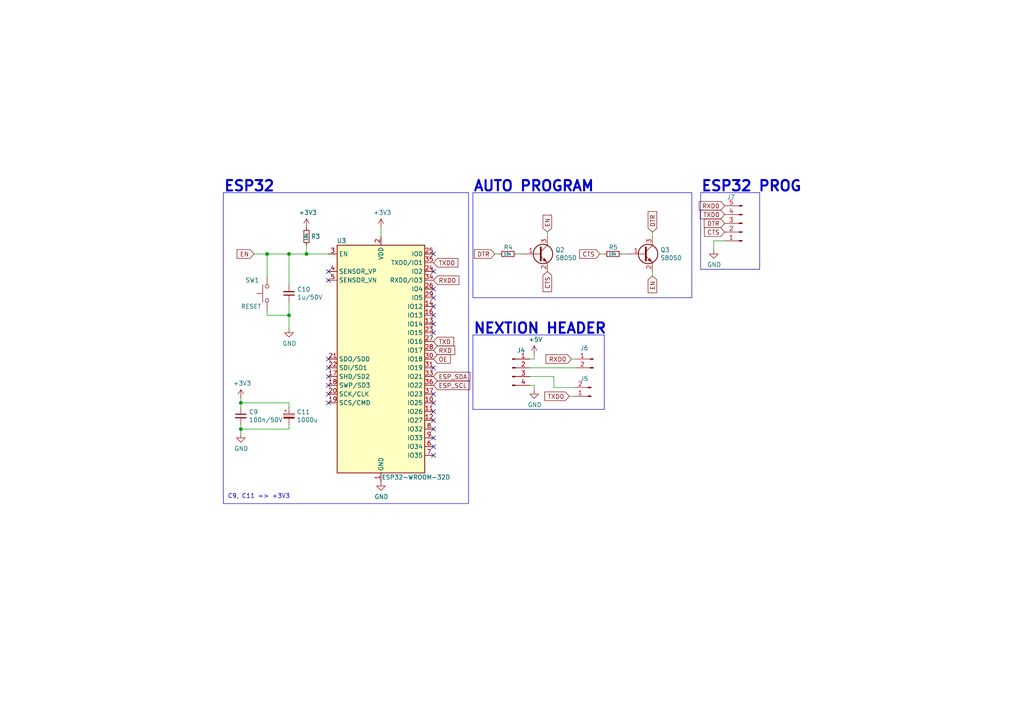
<source format=kicad_sch>
(kicad_sch (version 20230121) (generator eeschema)
  (paper "A4")
  (title_block (title "Robotska ruka") (date "2022-02-09") (rev "1") (company "TVZ"))
  (lib_symbols
    (symbol "Connector:Conn_01x02_Male" (pin_names (offset 1.016) hide)
      (property "Reference" "J" (at 0 2.54 0))
      (property "Value" "Conn_01x02_Male" (at 0 -5.08 0))
      (symbol "Conn_01x02_Male_1_1"
        (polyline (pts (xy 1.27 -2.54) (xy 0.8636 -2.54)) (stroke (width 0.1524)))
        (polyline (pts (xy 1.27 0) (xy 0.8636 0)) (stroke (width 0.1524)))
        (rectangle (start 0.8636 -2.413) (end 0 -2.667) (stroke (width 0.1524)) (fill (type outline)))
        (rectangle (start 0.8636 0.127) (end 0 -0.127) (stroke (width 0.1524)) (fill (type outline)))
        (pin passive line (at 5.08 0 180) (length 3.81) (name "Pin_1") (number "1"))
        (pin passive line (at 5.08 -2.54 180) (length 3.81) (name "Pin_2") (number "2"))
      )
    )
    (symbol "Connector:Conn_01x04_Male" (pin_names (offset 1.016) hide)
      (property "Reference" "J" (at 0 5.08 0))
      (property "Value" "Conn_01x04_Male" (at 0 -7.62 0))
      (symbol "Conn_01x04_Male_1_1"
        (polyline (pts (xy 1.27 -5.08) (xy 0.8636 -5.08)) (stroke (width 0.1524)))
        (polyline (pts (xy 1.27 -2.54) (xy 0.8636 -2.54)) (stroke (width 0.1524)))
        (polyline (pts (xy 1.27 0) (xy 0.8636 0)) (stroke (width 0.1524)))
        (polyline (pts (xy 1.27 2.54) (xy 0.8636 2.54)) (stroke (width 0.1524)))
        (rectangle (start 0.8636 -4.953) (end 0 -5.207) (stroke (width 0.1524)) (fill (type outline)))
        (rectangle (start 0.8636 -2.413) (end 0 -2.667) (stroke (width 0.1524)) (fill (type outline)))
        (rectangle (start 0.8636 0.127) (end 0 -0.127) (stroke (width 0.1524)) (fill (type outline)))
        (rectangle (start 0.8636 2.667) (end 0 2.413) (stroke (width 0.1524)) (fill (type outline)))
        (pin passive line (at 5.08 2.54 180) (length 3.81) (name "Pin_1") (number "1"))
        (pin passive line (at 5.08 0 180) (length 3.81) (name "Pin_2") (number "2"))
        (pin passive line (at 5.08 -2.54 180) (length 3.81) (name "Pin_3") (number "3"))
        (pin passive line (at 5.08 -5.08 180) (length 3.81) (name "Pin_4") (number "4"))
      )
    )
    (symbol "Connector:Conn_01x05_Male" (pin_names (offset 1.016) hide)
      (property "Reference" "J" (at 0 7.62 0))
      (property "Value" "Conn_01x05_Male" (at 0 -7.62 0))
      (symbol "Conn_01x05_Male_1_1"
        (polyline (pts (xy 1.27 -5.08) (xy 0.8636 -5.08)) (stroke (width 0.1524)))
        (polyline (pts (xy 1.27 -2.54) (xy 0.8636 -2.54)) (stroke (width 0.1524)))
        (polyline (pts (xy 1.27 0) (xy 0.8636 0)) (stroke (width 0.1524)))
        (polyline (pts (xy 1.27 2.54) (xy 0.8636 2.54)) (stroke (width 0.1524)))
        (polyline (pts (xy 1.27 5.08) (xy 0.8636 5.08)) (stroke (width 0.1524)))
        (rectangle (start 0.8636 -4.953) (end 0 -5.207) (stroke (width 0.1524)) (fill (type outline)))
        (rectangle (start 0.8636 -2.413) (end 0 -2.667) (stroke (width 0.1524)) (fill (type outline)))
        (rectangle (start 0.8636 0.127) (end 0 -0.127) (stroke (width 0.1524)) (fill (type outline)))
        (rectangle (start 0.8636 2.667) (end 0 2.413) (stroke (width 0.1524)) (fill (type outline)))
        (rectangle (start 0.8636 5.207) (end 0 4.953) (stroke (width 0.1524)) (fill (type outline)))
        (pin passive line (at 5.08 5.08 180) (length 3.81) (name "Pin_1") (number "1"))
        (pin passive line (at 5.08 2.54 180) (length 3.81) (name "Pin_2") (number "2"))
        (pin passive line (at 5.08 0 180) (length 3.81) (name "Pin_3") (number "3"))
        (pin passive line (at 5.08 -2.54 180) (length 3.81) (name "Pin_4") (number "4"))
        (pin passive line (at 5.08 -5.08 180) (length 3.81) (name "Pin_5") (number "5"))
      )
    )
    (symbol "Device:CP_Small" (pin_numbers hide) (pin_names (offset 0.254) hide)
      (property "Reference" "C" (at 0.254 1.778 0))
      (property "Value" "Device_CP_Small" (at 0.254 -2.032 0))
      (symbol "CP_Small_0_1"
        (rectangle (start -1.524 -0.3048) (end 1.524 -0.6858) (fill (type outline)))
        (rectangle (start -1.524 0.6858) (end 1.524 0.3048))
        (polyline (pts (xy -1.27 1.524) (xy -0.762 1.524)))
        (polyline (pts (xy -1.016 1.27) (xy -1.016 1.778)))
      )
      (symbol "CP_Small_1_1"
        (pin passive line (at 0 2.54 270) (length 1.8542) (name "~") (number "1"))
        (pin passive line (at 0 -2.54 90) (length 1.8542) (name "~") (number "2"))
      )
    )
    (symbol "Device:C_Small" (pin_numbers hide) (pin_names (offset 0.254) hide)
      (property "Reference" "C" (at 0.254 1.778 0))
      (property "Value" "C_Small" (at 0.254 -2.032 0))
      (symbol "C_Small_0_1"
        (polyline (pts (xy -1.524 -0.508) (xy 1.524 -0.508)) (stroke (width 0.3302)))
        (polyline (pts (xy -1.524 0.508) (xy 1.524 0.508)) (stroke (width 0.3048)))
      )
      (symbol "C_Small_1_1"
        (pin passive line (at 0 2.54 270) (length 2.032) (name "~") (number "1"))
        (pin passive line (at 0 -2.54 90) (length 2.032) (name "~") (number "2"))
      )
    )
    (symbol "Device:Q_NPN_BEC" (pin_names (offset 0) hide)
      (property "Reference" "Q" (at 5.08 1.27 0))
      (property "Value" "Q_NPN_BEC" (at 5.08 -1.27 0))
      (symbol "Q_NPN_BEC_0_1"
        (polyline (pts (xy 0.635 0.635) (xy 2.54 2.54)))
        (polyline (pts (xy 0.635 -0.635) (xy 2.54 -2.54) (xy 2.54 -2.54)))
        (polyline (pts (xy 0.635 1.905) (xy 0.635 -1.905) (xy 0.635 -1.905)) (stroke (width 0.508)))
        (polyline (pts (xy 1.27 -1.778) (xy 1.778 -1.27) (xy 2.286 -2.286) (xy 1.27 -1.778) (xy 1.27 -1.778)) (fill (type outline)))
        (circle (center 1.27 0) (radius 2.8194) (stroke (width 0.254)))
      )
      (symbol "Q_NPN_BEC_1_1"
        (pin input line (at -5.08 0 0) (length 5.715) (name "B") (number "1"))
        (pin passive line (at 2.54 -5.08 90) (length 2.54) (name "E") (number "2"))
        (pin passive line (at 2.54 5.08 270) (length 2.54) (name "C") (number "3"))
      )
    )
    (symbol "Device:R_Small" (pin_numbers hide) (pin_names (offset 0.254) hide)
      (property "Reference" "R" (at 0.762 0.508 0))
      (property "Value" "R_Small" (at 0.762 -1.016 0))
      (symbol "R_Small_0_1"
        (rectangle (start -0.762 1.778) (end 0.762 -1.778) (stroke (width 0.2032)))
      )
      (symbol "R_Small_1_1"
        (pin passive line (at 0 2.54 270) (length 0.762) (name "~") (number "1"))
        (pin passive line (at 0 -2.54 90) (length 0.762) (name "~") (number "2"))
      )
    )
    (symbol "RF_Module:ESP32-WROOM-32D"
      (property "Reference" "U" (at -12.7 34.29 0))
      (property "Value" "ESP32-WROOM-32D" (at 1.27 34.29 0))
      (symbol "ESP32-WROOM-32D_0_1"
        (rectangle (start -12.7 33.02) (end 12.7 -33.02) (stroke (width 0.254)) (fill (type background)))
      )
      (symbol "ESP32-WROOM-32D_1_1"
        (pin power_in line (at 0 -35.56 90) (length 2.54) (name "GND") (number "1"))
        (pin bidirectional line (at 15.24 -12.7 180) (length 2.54) (name "IO25") (number "10"))
        (pin bidirectional line (at 15.24 -15.24 180) (length 2.54) (name "IO26") (number "11"))
        (pin bidirectional line (at 15.24 -17.78 180) (length 2.54) (name "IO27") (number "12"))
        (pin bidirectional line (at 15.24 10.16 180) (length 2.54) (name "IO14") (number "13"))
        (pin bidirectional line (at 15.24 15.24 180) (length 2.54) (name "IO12") (number "14"))
        (pin passive line (at 0 -35.56 90) (length 2.54) hide (name "GND") (number "15"))
        (pin bidirectional line (at 15.24 12.7 180) (length 2.54) (name "IO13") (number "16"))
        (pin bidirectional line (at -15.24 -5.08 0) (length 2.54) (name "SHD/SD2") (number "17"))
        (pin bidirectional line (at -15.24 -7.62 0) (length 2.54) (name "SWP/SD3") (number "18"))
        (pin bidirectional line (at -15.24 -12.7 0) (length 2.54) (name "SCS/CMD") (number "19"))
        (pin power_in line (at 0 35.56 270) (length 2.54) (name "VDD") (number "2"))
        (pin bidirectional line (at -15.24 -10.16 0) (length 2.54) (name "SCK/CLK") (number "20"))
        (pin bidirectional line (at -15.24 0 0) (length 2.54) (name "SDO/SD0") (number "21"))
        (pin bidirectional line (at -15.24 -2.54 0) (length 2.54) (name "SDI/SD1") (number "22"))
        (pin bidirectional line (at 15.24 7.62 180) (length 2.54) (name "IO15") (number "23"))
        (pin bidirectional line (at 15.24 25.4 180) (length 2.54) (name "IO2") (number "24"))
        (pin bidirectional line (at 15.24 30.48 180) (length 2.54) (name "IO0") (number "25"))
        (pin bidirectional line (at 15.24 20.32 180) (length 2.54) (name "IO4") (number "26"))
        (pin bidirectional line (at 15.24 5.08 180) (length 2.54) (name "IO16") (number "27"))
        (pin bidirectional line (at 15.24 2.54 180) (length 2.54) (name "IO17") (number "28"))
        (pin bidirectional line (at 15.24 17.78 180) (length 2.54) (name "IO5") (number "29"))
        (pin input line (at -15.24 30.48 0) (length 2.54) (name "EN") (number "3"))
        (pin bidirectional line (at 15.24 0 180) (length 2.54) (name "IO18") (number "30"))
        (pin bidirectional line (at 15.24 -2.54 180) (length 2.54) (name "IO19") (number "31"))
        (pin no_connect line (at -12.7 -27.94 0) (length 2.54) hide (name "NC") (number "32"))
        (pin bidirectional line (at 15.24 -5.08 180) (length 2.54) (name "IO21") (number "33"))
        (pin bidirectional line (at 15.24 22.86 180) (length 2.54) (name "RXD0/IO3") (number "34"))
        (pin bidirectional line (at 15.24 27.94 180) (length 2.54) (name "TXD0/IO1") (number "35"))
        (pin bidirectional line (at 15.24 -7.62 180) (length 2.54) (name "IO22") (number "36"))
        (pin bidirectional line (at 15.24 -10.16 180) (length 2.54) (name "IO23") (number "37"))
        (pin passive line (at 0 -35.56 90) (length 2.54) hide (name "GND") (number "38"))
        (pin passive line (at 0 -35.56 90) (length 2.54) hide (name "GND") (number "39"))
        (pin input line (at -15.24 25.4 0) (length 2.54) (name "SENSOR_VP") (number "4"))
        (pin input line (at -15.24 22.86 0) (length 2.54) (name "SENSOR_VN") (number "5"))
        (pin input line (at 15.24 -25.4 180) (length 2.54) (name "IO34") (number "6"))
        (pin input line (at 15.24 -27.94 180) (length 2.54) (name "IO35") (number "7"))
        (pin bidirectional line (at 15.24 -20.32 180) (length 2.54) (name "IO32") (number "8"))
        (pin bidirectional line (at 15.24 -22.86 180) (length 2.54) (name "IO33") (number "9"))
      )
    )
    (symbol "Switch:SW_Push" (pin_numbers hide) (pin_names (offset 1.016) hide)
      (property "Reference" "SW" (at 1.27 2.54 0))
      (property "Value" "SW_Push" (at 0 -1.524 0))
      (symbol "SW_Push_0_1"
        (circle (center -2.032 0) (radius 0.508))
        (polyline (pts (xy 0 1.27) (xy 0 3.048)))
        (polyline (pts (xy 2.54 1.27) (xy -2.54 1.27)))
        (circle (center 2.032 0) (radius 0.508))
        (pin passive line (at -5.08 0 0) (length 2.54) (name "1") (number "1"))
        (pin passive line (at 5.08 0 180) (length 2.54) (name "2") (number "2"))
      )
    )
    (symbol "power:+3V3" (power) (pin_names (offset 0))
      (property "Value" "+3V3" (at 0 3.556 0))
      (symbol "+3V3_0_1"
        (polyline (pts (xy -0.762 1.27) (xy 0 2.54)))
        (polyline (pts (xy 0 0) (xy 0 2.54)))
        (polyline (pts (xy 0 2.54) (xy 0.762 1.27)))
      )
      (symbol "+3V3_1_1"
        (pin power_in line (at 0 0 90) (length 0) hide (name "+3V3") (number "1"))
      )
    )
    (symbol "power:+5V" (power) (pin_names (offset 0))
      (property "Value" "+5V" (at 0 3.556 0))
      (symbol "+5V_0_1"
        (polyline (pts (xy -0.762 1.27) (xy 0 2.54)))
        (polyline (pts (xy 0 0) (xy 0 2.54)))
        (polyline (pts (xy 0 2.54) (xy 0.762 1.27)))
      )
      (symbol "+5V_1_1"
        (pin power_in line (at 0 0 90) (length 0) hide (name "+5V") (number "1"))
      )
    )
    (symbol "power:GND" (power) (pin_names (offset 0))
      (property "Value" "GND" (at 0 -3.81 0))
      (symbol "GND_0_1"
        (polyline (pts (xy 0 0) (xy 0 -1.27) (xy 1.27 -1.27) (xy 0 -2.54) (xy -1.27 -1.27) (xy 0 -1.27)))
      )
      (symbol "GND_1_1"
        (pin power_in line (at 0 0 270) (length 0) hide (name "GND") (number "1"))
      )
    )
  )
  (junction (at 69.85 124.46))
  (junction (at 83.82 91.44))
  (junction (at 77.47 73.66))
  (junction (at 83.82 73.66))
  (junction (at 88.9 73.66))
  (junction (at 69.85 116.84))
  (no_connect (at 125.73 73.66))
  (no_connect (at 125.73 124.46))
  (no_connect (at 125.73 119.38))
  (no_connect (at 95.25 106.68))
  (no_connect (at 125.73 116.84))
  (no_connect (at 125.73 127))
  (no_connect (at 125.73 83.82))
  (no_connect (at 95.25 109.22))
  (no_connect (at 95.25 116.84))
  (no_connect (at 125.73 114.3))
  (no_connect (at 125.73 132.08))
  (no_connect (at 125.73 91.44))
  (no_connect (at 95.25 114.3))
  (no_connect (at 95.25 104.14))
  (no_connect (at 125.73 93.98))
  (no_connect (at 125.73 78.74))
  (no_connect (at 95.25 81.28))
  (no_connect (at 125.73 129.54))
  (no_connect (at 125.73 88.9))
  (no_connect (at 95.25 78.74))
  (no_connect (at 125.73 106.68))
  (no_connect (at 125.73 96.52))
  (no_connect (at 125.73 86.36))
  (no_connect (at 95.25 111.76))
  (no_connect (at 125.73 121.92))
  (wire (pts (xy 165.735 104.14) (xy 167.005 104.14)))
  (wire (pts (xy 207.01 72.39) (xy 207.01 69.85)))
  (wire (pts (xy 83.82 123.19) (xy 83.82 124.46)))
  (polyline (pts (xy 64.77 55.88) (xy 64.77 146.05)))
  (polyline (pts (xy 220.345 55.88) (xy 203.2 55.88)))
  (wire (pts (xy 69.85 115.57) (xy 69.85 116.84)))
  (wire (pts (xy 181.61 73.66) (xy 180.34 73.66)))
  (wire (pts (xy 73.66 73.66) (xy 77.47 73.66)))
  (polyline (pts (xy 137.16 97.155) (xy 175.26 97.155)))
  (wire (pts (xy 160.655 109.22) (xy 153.67 109.22)))
  (wire (pts (xy 69.85 124.46) (xy 83.82 124.46)))
  (polyline (pts (xy 137.16 118.745) (xy 175.26 118.745)))
  (wire (pts (xy 69.85 124.46) (xy 69.85 123.19)))
  (polyline (pts (xy 135.89 146.05) (xy 135.89 55.88)))
  (wire (pts (xy 154.94 113.03) (xy 154.94 111.76)))
  (wire (pts (xy 167.005 106.68) (xy 153.67 106.68)))
  (wire (pts (xy 158.75 67.31) (xy 158.75 68.58)))
  (wire (pts (xy 83.82 87.63) (xy 83.82 91.44)))
  (wire (pts (xy 77.47 73.66) (xy 83.82 73.66)))
  (wire (pts (xy 207.01 69.85) (xy 210.185 69.85)))
  (wire (pts (xy 83.82 91.44) (xy 83.82 95.25)))
  (wire (pts (xy 69.85 116.84) (xy 83.82 116.84)))
  (polyline (pts (xy 137.16 55.88) (xy 137.16 86.36)))
  (wire (pts (xy 83.82 82.55) (xy 83.82 73.66)))
  (wire (pts (xy 189.23 67.31) (xy 189.23 68.58)))
  (wire (pts (xy 160.655 112.395) (xy 160.655 109.22)))
  (wire (pts (xy 83.82 118.11) (xy 83.82 116.84)))
  (polyline (pts (xy 64.77 55.88) (xy 135.89 55.88)))
  (wire (pts (xy 110.49 66.04) (xy 110.49 68.58)))
  (wire (pts (xy 154.94 111.76) (xy 153.67 111.76)))
  (polyline (pts (xy 137.16 97.155) (xy 137.16 118.745)))
  (wire (pts (xy 77.47 91.44) (xy 83.82 91.44)))
  (wire (pts (xy 154.94 104.14) (xy 153.67 104.14)))
  (polyline (pts (xy 200.66 55.88) (xy 137.16 55.88)))
  (polyline (pts (xy 203.2 55.88) (xy 203.2 78.105)))
  (wire (pts (xy 189.23 80.01) (xy 189.23 78.74)))
  (polyline (pts (xy 64.77 146.05) (xy 135.89 146.05)))
  (wire (pts (xy 77.47 90.17) (xy 77.47 91.44)))
  (polyline (pts (xy 200.66 86.36) (xy 200.66 55.88)))
  (polyline (pts (xy 137.16 86.36) (xy 200.66 86.36)))
  (wire (pts (xy 143.51 73.66) (xy 144.78 73.66)))
  (wire (pts (xy 69.85 124.46) (xy 69.85 125.73)))
  (polyline (pts (xy 203.2 78.105) (xy 220.345 78.105)))
  (wire (pts (xy 173.99 73.66) (xy 175.26 73.66)))
  (polyline (pts (xy 220.345 78.105) (xy 220.345 55.88)))
  (wire (pts (xy 149.86 73.66) (xy 151.13 73.66)))
  (polyline (pts (xy 175.26 118.745) (xy 175.26 97.155)))
  (wire (pts (xy 154.94 102.87) (xy 154.94 104.14)))
  (wire (pts (xy 83.82 73.66) (xy 88.9 73.66)))
  (wire (pts (xy 166.37 112.395) (xy 160.655 112.395)))
  (wire (pts (xy 88.9 73.66) (xy 95.25 73.66)))
  (wire (pts (xy 88.9 71.12) (xy 88.9 73.66)))
  (wire (pts (xy 165.1 114.935) (xy 166.37 114.935)))
  (wire (pts (xy 77.47 80.01) (xy 77.47 73.66)))
  (wire (pts (xy 69.85 118.11) (xy 69.85 116.84)))
  (text "C9, C11 => +3V3" (at 66.04 144.78 0) (effects (font (size 1.27 1.27)) (justify left bottom)))
  (text "ESP32 PROG" (at 203.2 55.88 0) (effects (font (size 3 3) (thickness 0.6) bold) (justify left bottom)))
  (text "ESP32" (at 64.77 55.88 0) (effects (font (size 3 3) (thickness 0.6) bold) (justify left bottom)))
  (text "NEXTION HEADER" (at 137.16 97.155 0) (effects (font (size 3 3) (thickness 0.6) bold) (justify left bottom)))
  (text "AUTO PROGRAM" (at 137.16 55.88 0) (effects (font (size 3 3) (thickness 0.6) bold) (justify left bottom)))
  (global_label "OE" (shape input) (at 125.73 104.14 0) (property "Intersheetrefs" "${INTERSHEET_REFS}" (effects hide)))
  (global_label "CTS" (shape input) (at 210.185 67.31 180) (property "Intersheetrefs" "${INTERSHEET_REFS}" (effects hide)))
  (global_label "CTS" (shape input) (at 173.99 73.66 180) (property "Intersheetrefs" "${INTERSHEET_REFS}" (effects hide)))
  (global_label "DTR" (shape input) (at 143.51 73.66 180) (property "Intersheetrefs" "${INTERSHEET_REFS}" (effects hide)))
  (global_label "ESP_SCL" (shape input) (at 125.73 111.76 0) (property "Intersheetrefs" "${INTERSHEET_REFS}" (effects hide)))
  (global_label "TXD0" (shape input) (at 210.185 62.23 180) (property "Intersheetrefs" "${INTERSHEET_REFS}" (effects hide)))
  (global_label "DTR" (shape input) (at 189.23 67.31 90) (property "Intersheetrefs" "${INTERSHEET_REFS}" (effects hide)))
  (global_label "DTR" (shape input) (at 210.185 64.77 180) (property "Intersheetrefs" "${INTERSHEET_REFS}" (effects hide)))
  (global_label "TXD0" (shape input) (at 125.73 76.2 0) (property "Intersheetrefs" "${INTERSHEET_REFS}" (effects hide)))
  (global_label "EN" (shape input) (at 73.66 73.66 180) (property "Intersheetrefs" "${INTERSHEET_REFS}" (effects hide)))
  (global_label "CTS" (shape input) (at 158.75 78.74 270) (property "Intersheetrefs" "${INTERSHEET_REFS}" (effects hide)))
  (global_label "EN" (shape input) (at 158.75 67.31 90) (property "Intersheetrefs" "${INTERSHEET_REFS}" (effects hide)))
  (global_label "RXD" (shape input) (at 125.73 101.6 0) (property "Intersheetrefs" "${INTERSHEET_REFS}" (effects hide)))
  (global_label "TXD" (shape input) (at 125.73 99.06 0) (property "Intersheetrefs" "${INTERSHEET_REFS}" (effects hide)))
  (global_label "ESP_SDA" (shape input) (at 125.73 109.22 0) (property "Intersheetrefs" "${INTERSHEET_REFS}" (effects hide)))
  (global_label "RXD0" (shape input) (at 210.185 59.69 180) (property "Intersheetrefs" "${INTERSHEET_REFS}" (effects hide)))
  (global_label "TXD0" (shape input) (at 165.1 114.935 180) (property "Intersheetrefs" "${INTERSHEET_REFS}" (effects hide)))
  (global_label "EN" (shape input) (at 189.23 80.01 270) (property "Intersheetrefs" "${INTERSHEET_REFS}" (effects hide)))
  (global_label "RXD0" (shape input) (at 125.73 81.28 0) (property "Intersheetrefs" "${INTERSHEET_REFS}" (effects hide)))
  (global_label "RXD0" (shape input) (at 165.735 104.14 180) (property "Intersheetrefs" "${INTERSHEET_REFS}" (effects hide)))
  (symbol (lib_id "RF_Module:ESP32-WROOM-32D") (at 110.49 104.14 0) (unit 1)
    (property "Reference" "U3" (at 99.06 69.85 0))
    (property "Value" "ESP32-WROOM-32D" (at 120.65 138.43 0))
    (property "Footprint" "RF_Module:ESP32-WROOM-32" (effects hide))
    (property "Datasheet" "https://www.espressif.com/sites/default/files/documentation/esp32-wroom-32d_esp32-wroom-32u_datasheet_en.pdf" (effects hide))
    (property "LCSC Part #" "C473012" (effects hide))
  )
  (symbol (lib_id "power:GND") (at 110.49 139.7 0) (unit 1)
    (property "Reference" "#PWR022" (effects hide))
    (property "Value" "GND" (at 110.617 144.0942 0))
  )
  (symbol (lib_id "power:+3V3") (at 110.49 66.04 0) (unit 1)
    (property "Reference" "#PWR021" (effects hide))
    (property "Value" "+3V3" (at 110.871 61.6458 0))
  )
  (symbol (lib_id "power:+3V3") (at 69.85 115.57 0) (unit 1)
    (property "Reference" "#PWR017" (effects hide))
    (property "Value" "+3V3" (at 70.231 111.1758 0))
  )
  (symbol (lib_id "Device:C_Small") (at 69.85 120.65 0) (unit 1)
    (property "Reference" "C9" (at 72.1868 119.4816 0) (effects (justify left)))
    (property "Value" "100n/50V" (at 72.1868 121.793 0) (effects (justify left)))
    (property "Footprint" "Capacitor_SMD:C_0805_2012Metric" (effects hide))
    (property "LCSC Part #" "C415304" (effects hide))
  )
  (symbol (lib_id "Device:CP_Small") (at 83.82 120.65 0) (unit 1)
    (property "Reference" "C11" (at 86.0552 119.4816 0) (effects (justify left)))
    (property "Value" "1000u" (at 86.0552 121.793 0) (effects (justify left)))
    (property "Footprint" "Capacitor_Tantalum_SMD:CP_EIA-7343-31_Kemet-D" (effects hide))
    (property "LCSC Part #" "C403807" (effects hide))
  )
  (symbol (lib_id "power:GND") (at 69.85 125.73 0) (unit 1)
    (property "Reference" "#PWR018" (effects hide))
    (property "Value" "GND" (at 69.977 130.1242 0))
  )
  (symbol (lib_id "Device:R_Small") (at 88.9 68.58 180) (unit 1)
    (property "Reference" "R3" (at 90.17 68.58 0) (effects (justify right)))
    (property "Value" "10k" (at 88.9 69.85 90) (effects (font (size 0.7874 0.7874)) (justify right)))
    (property "Footprint" "Resistor_SMD:R_0805_2012Metric" (effects hide))
    (property "LCSC Part #" "C100047" (effects hide))
  )
  (symbol (lib_id "power:+3V3") (at 88.9 66.04 0) (unit 1)
    (property "Reference" "#PWR020" (effects hide))
    (property "Value" "+3V3" (at 89.281 61.6458 0))
  )
  (symbol (lib_id "Device:C_Small") (at 83.82 85.09 180) (unit 1)
    (property "Reference" "C10" (at 86.1568 83.9216 0) (effects (justify right)))
    (property "Value" "1u/50V" (at 86.1568 86.233 0) (effects (justify right)))
    (property "Footprint" "Capacitor_SMD:C_0805_2012Metric" (effects hide))
    (property "LCSC Part #" "C342759" (effects hide))
  )
  (symbol (lib_id "power:GND") (at 83.82 95.25 0) (unit 1)
    (property "Reference" "#PWR019" (effects hide))
    (property "Value" "GND" (at 83.947 99.6442 0))
  )
  (symbol (lib_id "Switch:SW_Push") (at 77.47 85.09 90) (unit 1)
    (property "Reference" "SW1" (at 71.12 81.28 90) (effects (justify right)))
    (property "Value" "RESET" (at 69.85 88.9 90) (effects (justify right)))
    (property "Footprint" "Button_Switch_THT:SW_Tactile_SPST_Angled_PTS645Vx39-2LFS" (effects hide))
    (property "LCSC Part #" "C285519" (effects hide))
  )
  (symbol (lib_id "Device:R_Small") (at 147.32 73.66 90) (unit 1)
    (property "Reference" "R4" (at 146.05 71.755 90) (effects (justify right)))
    (property "Value" "10k" (at 146.05 73.66 90) (effects (font (size 0.7874 0.7874)) (justify right)))
    (property "Footprint" "Resistor_SMD:R_0805_2012Metric" (effects hide))
    (property "LCSC Part #" "C100047" (effects hide))
  )
  (symbol (lib_id "Device:R_Small") (at 177.8 73.66 90) (unit 1)
    (property "Reference" "R5" (at 176.53 71.755 90) (effects (justify right)))
    (property "Value" "10k" (at 176.53 73.66 90) (effects (font (size 0.7874 0.7874)) (justify right)))
    (property "Footprint" "Resistor_SMD:R_0805_2012Metric" (effects hide))
    (property "LCSC Part #" "C100047" (effects hide))
  )
  (symbol (lib_id "Device:Q_NPN_BEC") (at 156.21 73.66 0) (unit 1)
    (property "Reference" "Q2" (at 161.036 72.4916 0) (effects (justify left)))
    (property "Value" "S8050" (at 161.036 74.803 0) (effects (justify left)))
    (property "Footprint" "Package_TO_SOT_SMD:SOT-23" (effects hide))
    (property "LCSC Part #" "C380921" (effects hide))
  )
  (symbol (lib_id "Device:Q_NPN_BEC") (at 186.69 73.66 0) (unit 1)
    (property "Reference" "Q3" (at 191.516 72.4916 0) (effects (justify left)))
    (property "Value" "S8050" (at 191.516 74.803 0) (effects (justify left)))
    (property "Footprint" "Package_TO_SOT_SMD:SOT-23" (effects hide))
    (property "LCSC Part #" "C380921" (effects hide))
  )
  (symbol (lib_id "power:GND") (at 207.01 72.39 0) (unit 1)
    (property "Reference" "#PWR025" (effects hide))
    (property "Value" "GND" (at 207.137 76.7842 0))
  )
  (symbol (lib_id "Connector:Conn_01x05_Male") (at 215.265 64.77 180) (unit 1)
    (property "Reference" "J7" (at 210.82 57.15 0) (effects (justify right)))
    (property "Value" "Conn_01x05" (effects hide))
    (property "Footprint" "Connector_PinHeader_2.54mm:PinHeader_1x05_P2.54mm_Horizontal" (effects hide))
  )
  (symbol (lib_id "Connector:Conn_01x04_Male") (at 148.59 106.68 0) (unit 1)
    (property "Reference" "J4" (at 151.13 101.6 0))
    (property "Value" "Conn_01x04" (effects hide))
    (property "Footprint" "Connector_PinHeader_2.54mm:PinHeader_1x04_P2.54mm_Horizontal" (effects hide))
  )
  (symbol (lib_id "power:GND") (at 154.94 113.03 0) (unit 1)
    (property "Reference" "#PWR024" (effects hide))
    (property "Value" "GND" (at 155.067 117.4242 0))
  )
  (symbol (lib_id "power:+5V") (at 154.94 102.87 0) (unit 1)
    (property "Reference" "#PWR023" (effects hide))
    (property "Value" "+5V" (at 155.321 98.4758 0))
  )
  (symbol (lib_id "Connector:Conn_01x02_Male") (at 172.085 104.14 0) (mirror y) (unit 1)
    (property "Reference" "J6" (at 168.275 100.965 0) (effects (justify right)))
    (property "Value" "Conn_01x02" (effects hide))
    (property "Footprint" "Connector_PinHeader_2.54mm:PinHeader_1x02_P2.54mm_Horizontal" (effects hide))
  )
  (symbol (lib_id "Connector:Conn_01x02_Male") (at 171.45 114.935 180) (unit 1)
    (property "Reference" "J5" (at 168.275 109.855 0) (effects (justify right)))
    (property "Value" "Conn_01x02" (effects hide))
    (property "Footprint" "Connector_PinHeader_2.54mm:PinHeader_1x02_P2.54mm_Horizontal" (effects hide))
  )
)
</source>
